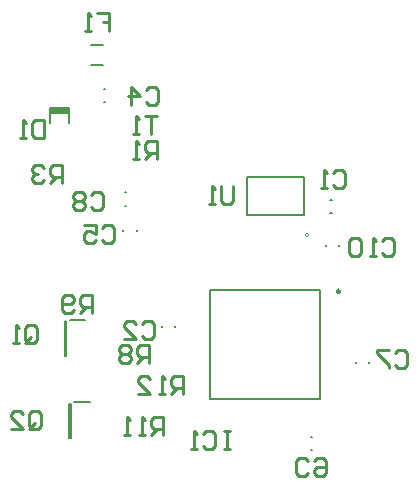
<source format=gbr>
%TF.GenerationSoftware,Altium Limited,Altium Designer,18.1.9 (240)*%
G04 Layer_Color=32896*
%FSLAX26Y26*%
%MOIN*%
%TF.FileFunction,Legend,Bot*%
%TF.Part,Single*%
G01*
G75*
%TA.AperFunction,NonConductor*%
%ADD35C,0.001968*%
%ADD36C,0.009842*%
%ADD37C,0.007874*%
%ADD38C,0.010000*%
%ADD39R,0.062480X0.020000*%
D35*
X3805568Y3340000D02*
G03*
X3805568Y3340000I-5568J0D01*
G01*
D36*
X3910000Y3152165D02*
G03*
X3910000Y3152165I-4921J0D01*
G01*
D37*
X3791457Y3407992D02*
Y3532008D01*
X3598543D02*
X3791457D01*
X3598543Y3407992D02*
Y3532008D01*
Y3407992D02*
X3791457D01*
X3007047Y2777480D02*
X3012953D01*
X3007047Y2662520D02*
Y2777480D01*
Y2662520D02*
X3012953D01*
Y2777480D01*
X3025000Y2783000D02*
X3076000D01*
X3010000Y3058000D02*
X3061000D01*
X2997952Y2937520D02*
Y3052480D01*
X2992047Y2937520D02*
X2997952D01*
X2992047D02*
Y3052480D01*
X2997952D01*
X2944488Y3765000D02*
X3005512D01*
X2944488Y3715000D02*
Y3765000D01*
X3005512Y3715000D02*
Y3765000D01*
X3079803Y3972480D02*
X3119173D01*
X3079803Y3907520D02*
X3119173D01*
X3476929Y3158071D02*
X3843071D01*
X3476929Y2791929D02*
Y3158071D01*
Y2791929D02*
X3843071D01*
Y3158071D01*
X3878032Y3457638D02*
X3881969D01*
X3878032Y3412362D02*
X3881969D01*
X3907638Y3303032D02*
Y3306969D01*
X3862362Y3303032D02*
Y3306969D01*
X3813032Y2622448D02*
X3816969D01*
X3813032Y2667724D02*
X3816969D01*
X3316310Y3033032D02*
Y3036969D01*
X3361585Y3033032D02*
Y3036969D01*
X4007638Y2913031D02*
Y2916968D01*
X3962362Y2913031D02*
Y2916968D01*
X3187362Y3353032D02*
Y3356969D01*
X3232638Y3353032D02*
Y3356969D01*
X3193032Y3482638D02*
X3196969D01*
X3193032Y3437362D02*
X3196969D01*
X3123031Y3782362D02*
X3126968D01*
X3123031Y3827638D02*
X3126968D01*
D38*
X3555000Y3504981D02*
Y3454997D01*
X3545003Y3445000D01*
X3525010D01*
X3515013Y3454997D01*
Y3504981D01*
X3495019Y3445000D02*
X3475026D01*
X3485023D01*
Y3504981D01*
X3495019Y3494984D01*
X2875013Y2704997D02*
Y2744984D01*
X2885010Y2754981D01*
X2905003D01*
X2915000Y2744984D01*
Y2704997D01*
X2905003Y2695000D01*
X2885010D01*
X2895006Y2714994D02*
X2875013Y2695000D01*
X2885010D02*
X2875013Y2704997D01*
X2815032Y2695000D02*
X2855019D01*
X2815032Y2734987D01*
Y2744984D01*
X2825029Y2754981D01*
X2845023D01*
X2855019Y2744984D01*
X2860013Y2991336D02*
Y3031323D01*
X2870010Y3041320D01*
X2890003D01*
X2900000Y3031323D01*
Y2991336D01*
X2890003Y2981339D01*
X2870010D01*
X2880006Y3001332D02*
X2860013Y2981339D01*
X2870010D02*
X2860013Y2991336D01*
X2840019Y2981339D02*
X2820026D01*
X2830023D01*
Y3041320D01*
X2840019Y3031323D01*
X4050013Y3320895D02*
X4060010Y3330892D01*
X4080003D01*
X4090000Y3320895D01*
Y3280908D01*
X4080003Y3270912D01*
X4060010D01*
X4050013Y3280908D01*
X4030019Y3270912D02*
X4010026D01*
X4020023D01*
Y3330892D01*
X4030019Y3320895D01*
X3980036D02*
X3970039Y3330892D01*
X3950045D01*
X3940048Y3320895D01*
Y3280908D01*
X3950045Y3270912D01*
X3970039D01*
X3980036Y3280908D01*
Y3320895D01*
X3805066Y2547407D02*
X3795069Y2537411D01*
X3775076D01*
X3765079Y2547407D01*
Y2587394D01*
X3775076Y2597391D01*
X3795069D01*
X3805066Y2587394D01*
X3825059D02*
X3835056Y2597391D01*
X3855050D01*
X3865046Y2587394D01*
Y2547407D01*
X3855050Y2537411D01*
X3835056D01*
X3825059Y2547407D01*
Y2557404D01*
X3835056Y2567401D01*
X3865046D01*
X3300000Y3737973D02*
X3260013D01*
X3280006D01*
Y3677992D01*
X3240019D02*
X3220026D01*
X3230023D01*
Y3737973D01*
X3240019Y3727976D01*
X3388213Y2810000D02*
Y2869981D01*
X3358222D01*
X3348226Y2859984D01*
Y2839990D01*
X3358222Y2829994D01*
X3388213D01*
X3368219D02*
X3348226Y2810000D01*
X3328232D02*
X3308238D01*
X3318235D01*
Y2869981D01*
X3328232Y2859984D01*
X3238261Y2810000D02*
X3278248D01*
X3238261Y2849987D01*
Y2859984D01*
X3248258Y2869981D01*
X3268251D01*
X3278248Y2859984D01*
X3320000Y2675000D02*
Y2734981D01*
X3290010D01*
X3280013Y2724984D01*
Y2704990D01*
X3290010Y2694994D01*
X3320000D01*
X3300006D02*
X3280013Y2675000D01*
X3260019D02*
X3240026D01*
X3250023D01*
Y2734981D01*
X3260019Y2724984D01*
X3210036Y2675000D02*
X3190042D01*
X3200039D01*
Y2734981D01*
X3210036Y2724984D01*
X3085000Y3080000D02*
Y3139981D01*
X3055010D01*
X3045013Y3129984D01*
Y3109990D01*
X3055010Y3099994D01*
X3085000D01*
X3065006D02*
X3045013Y3080000D01*
X3025019Y3089997D02*
X3015023Y3080000D01*
X2995029D01*
X2985032Y3089997D01*
Y3129984D01*
X2995029Y3139981D01*
X3015023D01*
X3025019Y3129984D01*
Y3119987D01*
X3015023Y3109990D01*
X2985032D01*
X3275000Y2915000D02*
Y2974981D01*
X3245010D01*
X3235013Y2964984D01*
Y2944990D01*
X3245010Y2934994D01*
X3275000D01*
X3255006D02*
X3235013Y2915000D01*
X3215019Y2964984D02*
X3205023Y2974981D01*
X3185029D01*
X3175032Y2964984D01*
Y2954987D01*
X3185029Y2944990D01*
X3175032Y2934994D01*
Y2924997D01*
X3185029Y2915000D01*
X3205023D01*
X3215019Y2924997D01*
Y2934994D01*
X3205023Y2944990D01*
X3215019Y2954987D01*
Y2964984D01*
X3205023Y2944990D02*
X3185029D01*
X2985000Y3515000D02*
Y3574981D01*
X2955010D01*
X2945013Y3564984D01*
Y3544990D01*
X2955010Y3534994D01*
X2985000D01*
X2965006D02*
X2945013Y3515000D01*
X2925019Y3564984D02*
X2915023Y3574981D01*
X2895029D01*
X2885032Y3564984D01*
Y3554987D01*
X2895029Y3544990D01*
X2905026D01*
X2895029D01*
X2885032Y3534994D01*
Y3524997D01*
X2895029Y3515000D01*
X2915023D01*
X2925019Y3524997D01*
X3300000Y3595000D02*
Y3654981D01*
X3270010D01*
X3260013Y3644984D01*
Y3624990D01*
X3270010Y3614994D01*
X3300000D01*
X3280006D02*
X3260013Y3595000D01*
X3240019D02*
X3220026D01*
X3230023D01*
Y3654981D01*
X3240019Y3644984D01*
X3545000Y2687098D02*
X3525006D01*
X3535003D01*
Y2627117D01*
X3545000D01*
X3525006D01*
X3455029Y2677101D02*
X3465026Y2687098D01*
X3485019D01*
X3495016Y2677101D01*
Y2637114D01*
X3485019Y2627117D01*
X3465026D01*
X3455029Y2637114D01*
X3435036Y2627117D02*
X3415042D01*
X3425039D01*
Y2687098D01*
X3435036Y2677101D01*
X3100013Y4079981D02*
X3140000D01*
Y4049990D01*
X3120006D01*
X3140000D01*
Y4020000D01*
X3080019D02*
X3060026D01*
X3070023D01*
Y4079981D01*
X3080019Y4069984D01*
X2925000Y3724981D02*
Y3665000D01*
X2895010D01*
X2885013Y3674997D01*
Y3714984D01*
X2895010Y3724981D01*
X2925000D01*
X2865019Y3665000D02*
X2845026D01*
X2855023D01*
Y3724981D01*
X2865019Y3714984D01*
X3080013Y3474984D02*
X3090010Y3484981D01*
X3110003D01*
X3120000Y3474984D01*
Y3434997D01*
X3110003Y3425000D01*
X3090010D01*
X3080013Y3434997D01*
X3060019Y3474984D02*
X3050023Y3484981D01*
X3030029D01*
X3020032Y3474984D01*
Y3464987D01*
X3030029Y3454990D01*
X3020032Y3444994D01*
Y3434997D01*
X3030029Y3425000D01*
X3050023D01*
X3060019Y3434997D01*
Y3444994D01*
X3050023Y3454990D01*
X3060019Y3464987D01*
Y3474984D01*
X3050023Y3454990D02*
X3030029D01*
X4095013Y2945299D02*
X4105010Y2955296D01*
X4125003D01*
X4135000Y2945299D01*
Y2905312D01*
X4125003Y2895315D01*
X4105010D01*
X4095013Y2905312D01*
X4075020Y2955296D02*
X4035032D01*
Y2945299D01*
X4075020Y2905312D01*
Y2895315D01*
X3117513Y3362153D02*
X3127510Y3372150D01*
X3147503D01*
X3157500Y3362153D01*
Y3322166D01*
X3147503Y3312169D01*
X3127510D01*
X3117513Y3322166D01*
X3057532Y3372150D02*
X3097519D01*
Y3342160D01*
X3077526Y3352157D01*
X3067529D01*
X3057532Y3342160D01*
Y3322166D01*
X3067529Y3312169D01*
X3087522D01*
X3097519Y3322166D01*
X3265013Y3824984D02*
X3275010Y3834981D01*
X3295003D01*
X3305000Y3824984D01*
Y3784997D01*
X3295003Y3775000D01*
X3275010D01*
X3265013Y3784997D01*
X3215029Y3775000D02*
Y3834981D01*
X3245019Y3804990D01*
X3205032D01*
X3250013Y3044984D02*
X3260010Y3054981D01*
X3280003D01*
X3290000Y3044984D01*
Y3004997D01*
X3280003Y2995000D01*
X3260010D01*
X3250013Y3004997D01*
X3190032Y2995000D02*
X3230019D01*
X3190032Y3034987D01*
Y3044984D01*
X3200029Y3054981D01*
X3220023D01*
X3230019Y3044984D01*
X3886013Y3546984D02*
X3896010Y3556981D01*
X3916003D01*
X3926000Y3546984D01*
Y3506997D01*
X3916003Y3497000D01*
X3896010D01*
X3886013Y3506997D01*
X3866019Y3497000D02*
X3846026D01*
X3856023D01*
Y3556981D01*
X3866019Y3546984D01*
D39*
X2973760Y3755000D02*
D03*
%TF.MD5,dbdfd3eb9aa90254ecc573b3af248145*%
M02*

</source>
